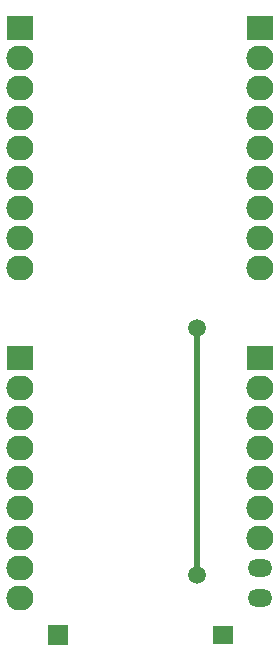
<source format=gbr>
%TF.GenerationSoftware,KiCad,Pcbnew,(5.1.8)-1*%
%TF.CreationDate,2024-06-18T22:34:24+03:00*%
%TF.ProjectId,STACK16,53544143-4b31-4362-9e6b-696361645f70,rev?*%
%TF.SameCoordinates,Original*%
%TF.FileFunction,Copper,L2,Bot*%
%TF.FilePolarity,Positive*%
%FSLAX46Y46*%
G04 Gerber Fmt 4.6, Leading zero omitted, Abs format (unit mm)*
G04 Created by KiCad (PCBNEW (5.1.8)-1) date 2024-06-18 22:34:24*
%MOMM*%
%LPD*%
G01*
G04 APERTURE LIST*
%TA.AperFunction,ComponentPad*%
%ADD10O,2.100000X1.500000*%
%TD*%
%TA.AperFunction,ComponentPad*%
%ADD11O,2.300000X2.100000*%
%TD*%
%TA.AperFunction,ComponentPad*%
%ADD12R,2.300000X2.100000*%
%TD*%
%TA.AperFunction,ComponentPad*%
%ADD13R,1.800000X1.700000*%
%TD*%
%TA.AperFunction,ComponentPad*%
%ADD14R,1.800000X1.500000*%
%TD*%
%TA.AperFunction,ViaPad*%
%ADD15C,1.500000*%
%TD*%
%TA.AperFunction,Conductor*%
%ADD16C,0.500000*%
%TD*%
G04 APERTURE END LIST*
D10*
%TO.P,J6,9*%
%TO.N,VCC*%
X71120000Y-76200000D03*
%TO.P,J6,8*%
%TO.N,/Q15*%
X71120000Y-73660000D03*
D11*
%TO.P,J6,7*%
%TO.N,/Q14*%
X71120000Y-71120000D03*
%TO.P,J6,6*%
%TO.N,/Q13*%
X71120000Y-68580000D03*
%TO.P,J6,5*%
%TO.N,/Q12*%
X71120000Y-66040000D03*
%TO.P,J6,4*%
%TO.N,/Q11*%
X71120000Y-63500000D03*
%TO.P,J6,3*%
%TO.N,/Q10*%
X71120000Y-60960000D03*
%TO.P,J6,2*%
%TO.N,/Q9*%
X71120000Y-58420000D03*
D12*
%TO.P,J6,1*%
%TO.N,/Q8*%
X71120000Y-55880000D03*
%TD*%
D11*
%TO.P,J5,9*%
%TO.N,GND*%
X50800000Y-76200000D03*
%TO.P,J5,8*%
%TO.N,/D15*%
X50800000Y-73660000D03*
%TO.P,J5,7*%
%TO.N,Net-(J5-Pad7)*%
X50800000Y-71120000D03*
%TO.P,J5,6*%
%TO.N,Net-(J5-Pad6)*%
X50800000Y-68580000D03*
%TO.P,J5,5*%
%TO.N,Net-(J5-Pad5)*%
X50800000Y-66040000D03*
%TO.P,J5,4*%
%TO.N,Net-(J5-Pad4)*%
X50800000Y-63500000D03*
%TO.P,J5,3*%
%TO.N,Net-(J5-Pad3)*%
X50800000Y-60960000D03*
%TO.P,J5,2*%
%TO.N,Net-(J5-Pad2)*%
X50800000Y-58420000D03*
D12*
%TO.P,J5,1*%
%TO.N,/D8*%
X50800000Y-55880000D03*
%TD*%
D13*
%TO.P,J4,1*%
%TO.N,/~OE*%
X53975000Y-79375000D03*
%TD*%
D14*
%TO.P,J3,1*%
%TO.N,/CP*%
X67945000Y-79375000D03*
%TD*%
D11*
%TO.P,J1,9*%
%TO.N,VCC*%
X71120000Y-48260000D03*
%TO.P,J1,8*%
%TO.N,/Q7*%
X71120000Y-45720000D03*
%TO.P,J1,7*%
%TO.N,/Q6*%
X71120000Y-43180000D03*
%TO.P,J1,6*%
%TO.N,/Q5*%
X71120000Y-40640000D03*
%TO.P,J1,5*%
%TO.N,/Q4*%
X71120000Y-38100000D03*
%TO.P,J1,4*%
%TO.N,/Q3*%
X71120000Y-35560000D03*
%TO.P,J1,3*%
%TO.N,/Q2*%
X71120000Y-33020000D03*
%TO.P,J1,2*%
%TO.N,/Q1*%
X71120000Y-30480000D03*
D12*
%TO.P,J1,1*%
%TO.N,/Q0*%
X71120000Y-27940000D03*
%TD*%
%TO.P,J2,1*%
%TO.N,/D0*%
X50800000Y-27940000D03*
D11*
%TO.P,J2,2*%
%TO.N,Net-(J2-Pad2)*%
X50800000Y-30480000D03*
%TO.P,J2,3*%
%TO.N,Net-(J2-Pad3)*%
X50800000Y-33020000D03*
%TO.P,J2,4*%
%TO.N,Net-(J2-Pad4)*%
X50800000Y-35560000D03*
%TO.P,J2,5*%
%TO.N,Net-(J2-Pad5)*%
X50800000Y-38100000D03*
%TO.P,J2,6*%
%TO.N,Net-(J2-Pad6)*%
X50800000Y-40640000D03*
%TO.P,J2,7*%
%TO.N,Net-(J2-Pad7)*%
X50800000Y-43180000D03*
%TO.P,J2,8*%
%TO.N,/D7*%
X50800000Y-45720000D03*
%TO.P,J2,9*%
%TO.N,GND*%
X50800000Y-48260000D03*
%TD*%
D15*
%TO.N,/CP*%
X65722500Y-74295000D03*
X65722500Y-53340000D03*
%TD*%
D16*
%TO.N,/CP*%
X66040000Y-53035000D02*
X66040000Y-53340000D01*
X65722500Y-53340000D02*
X65722500Y-74295000D01*
%TD*%
M02*

</source>
